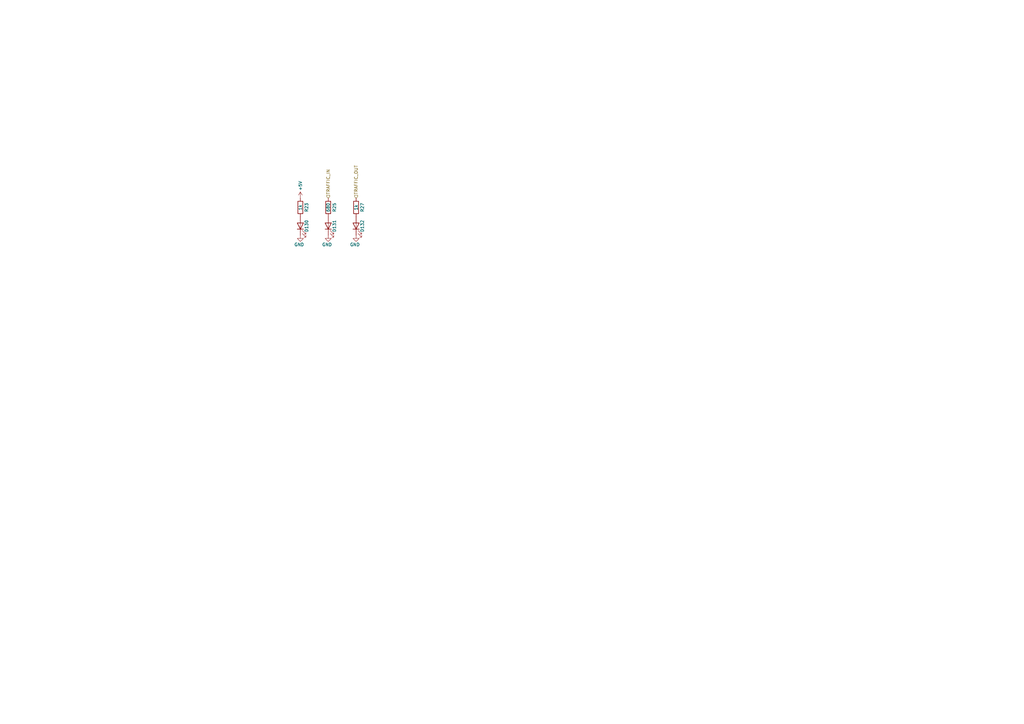
<source format=kicad_sch>
(kicad_sch (version 20211123) (generator eeschema)
  (paper "A3")
  (lib_symbols
    (symbol "Device:LED" (pin_numbers hide) (pin_names (offset 1.016) hide)
      (property "Reference" "D" (at 0 2.54 0))
      (property "Value" "LED" (at 0 -2.54 0))
      (symbol "LED_0_1"
        (polyline (pts (xy -1.27 -1.27) (xy -1.27 1.27)) (stroke (width 0.254)))
        (polyline (pts (xy -1.27 0) (xy 1.27 0)))
        (polyline (pts (xy 1.27 -1.27) (xy 1.27 1.27) (xy -1.27 0) (xy 1.27 -1.27)) (stroke (width 0.254)))
        (polyline (pts (xy -3.048 -0.762) (xy -4.572 -2.286) (xy -3.81 -2.286) (xy -4.572 -2.286) (xy -4.572 -1.524)))
        (polyline (pts (xy -1.778 -0.762) (xy -3.302 -2.286) (xy -2.54 -2.286) (xy -3.302 -2.286) (xy -3.302 -1.524)))
      )
      (symbol "LED_1_1"
        (pin passive line (at -3.81 0 0) (length 2.54) (name "K") (number "1"))
        (pin passive line (at 3.81 0 180) (length 2.54) (name "A") (number "2"))
      )
    )
    (symbol "Device:R" (pin_numbers hide) (pin_names (offset 0))
      (property "Reference" "R" (at 2.032 0 90))
      (property "Value" "R" (at 0 0 90))
      (symbol "R_0_1"
        (rectangle (start -1.016 -2.54) (end 1.016 2.54) (stroke (width 0.254)))
      )
      (symbol "R_1_1"
        (pin passive line (at 0 3.81 270) (length 1.27) (name "~") (number "1"))
        (pin passive line (at 0 -3.81 90) (length 1.27) (name "~") (number "2"))
      )
    )
    (symbol "power:+5V" (power) (pin_names (offset 0))
      (property "Value" "+5V" (at 0 3.556 0))
      (symbol "+5V_0_1"
        (polyline (pts (xy -0.762 1.27) (xy 0 2.54)))
        (polyline (pts (xy 0 0) (xy 0 2.54)))
        (polyline (pts (xy 0 2.54) (xy 0.762 1.27)))
      )
      (symbol "+5V_1_1"
        (pin power_in line (at 0 0 90) (length 0) hide (name "+5V") (number "1"))
      )
    )
    (symbol "power:GND" (power) (pin_names (offset 0))
      (property "Value" "GND" (at 0 -3.81 0))
      (symbol "GND_0_1"
        (polyline (pts (xy 0 0) (xy 0 -1.27) (xy 1.27 -1.27) (xy 0 -2.54) (xy -1.27 -1.27) (xy 0 -1.27)))
      )
      (symbol "GND_1_1"
        (pin power_in line (at 0 0 270) (length 0) hide (name "GND") (number "1"))
      )
    )
  )
  (hierarchical_label "TRAFFIC_IN" (shape input) (at 134.62 81.28 90))
  (hierarchical_label "TRAFFIC_OUT" (shape input) (at 146.05 81.28 90))
  (symbol (lib_id "power:GND") (at 146.05 96.52 0) (unit 1)
    (property "Reference" "#PWR0183" (effects hide))
    (property "Value" "GND" (at 143.51 100.33 0) (effects (justify left)))
  )
  (symbol (lib_id "Device:LED") (at 146.05 92.71 90) (unit 1)
    (property "Reference" "D132" (at 148.59 92.71 0))
    (property "Value" "Blue" (effects hide))
    (property "Footprint" "LED_SMD:LED_0805_2012Metric" (effects hide))
    (property "LCSC" "C84259" (effects hide))
  )
  (symbol (lib_id "Device:R") (at 146.05 85.09 0) (unit 1)
    (property "Reference" "R27" (at 148.59 85.09 90))
    (property "Value" "1k" (at 146.05 85.09 90))
    (property "Footprint" "Resistor_SMD:R_0402_1005Metric" (effects hide))
    (property "LCSC" "C11702" (effects hide))
  )
  (symbol (lib_id "power:+5V") (at 123.19 81.28 0) (mirror y) (unit 1)
    (property "Reference" "#PWR0179" (effects hide))
    (property "Value" "+5V" (at 123.19 76.2 90))
  )
  (symbol (lib_id "Device:LED") (at 134.62 92.71 90) (unit 1)
    (property "Reference" "D131" (at 137.16 92.71 0))
    (property "Value" "Green" (effects hide))
    (property "Footprint" "LED_SMD:LED_0805_2012Metric" (effects hide))
    (property "LCSC" "C142303" (effects hide))
  )
  (symbol (lib_id "Device:R") (at 134.62 85.09 0) (unit 1)
    (property "Reference" "R25" (at 137.16 85.09 90))
    (property "Value" "680" (at 134.62 85.09 90))
    (property "Footprint" "Resistor_SMD:R_0402_1005Metric" (effects hide))
    (property "LCSC" "C25130" (effects hide))
  )
  (symbol (lib_id "Device:LED") (at 123.19 92.71 90) (unit 1)
    (property "Reference" "D130" (at 125.73 92.71 0))
    (property "Value" "Red" (effects hide))
    (property "Footprint" "LED_SMD:LED_0805_2012Metric" (effects hide))
    (property "LCSC" "C84256" (effects hide))
  )
  (symbol (lib_id "power:GND") (at 134.62 96.52 0) (unit 1)
    (property "Reference" "#PWR0182" (effects hide))
    (property "Value" "GND" (at 132.08 100.33 0) (effects (justify left)))
  )
  (symbol (lib_id "Device:R") (at 123.19 85.09 0) (unit 1)
    (property "Reference" "R23" (at 125.73 85.09 90))
    (property "Value" "1k" (at 123.19 85.09 90))
    (property "Footprint" "Resistor_SMD:R_0402_1005Metric" (effects hide))
    (property "LCSC" "C11702" (effects hide))
  )
  (symbol (lib_id "power:GND") (at 123.19 96.52 0) (unit 1)
    (property "Reference" "#PWR0178" (effects hide))
    (property "Value" "GND" (at 120.65 100.33 0) (effects (justify left)))
  )
)
</source>
